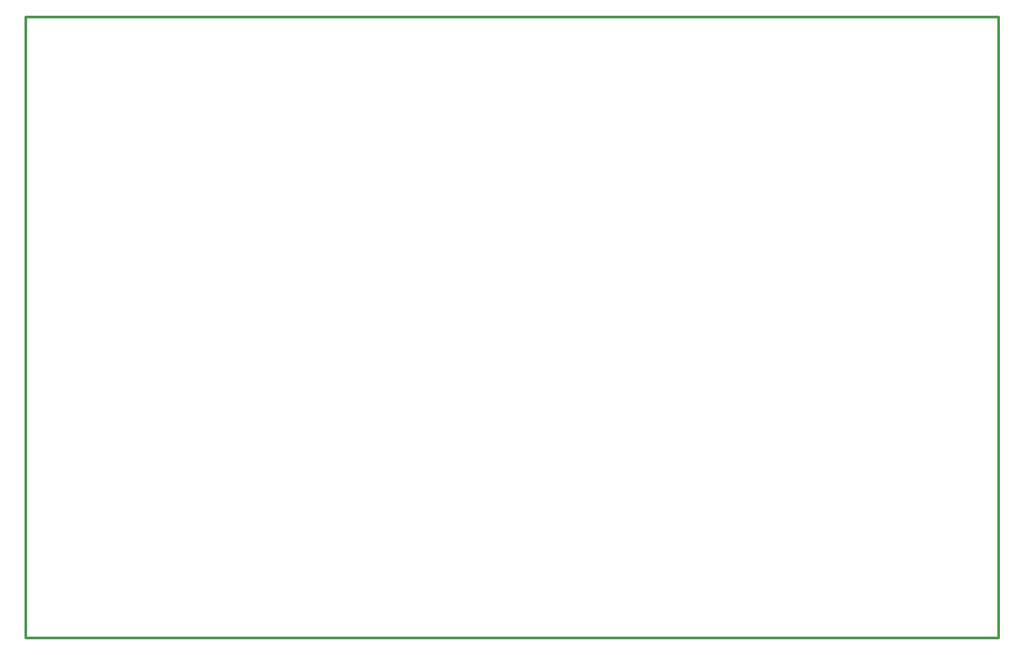
<source format=gm1>
%FSTAX23Y23*%
%MOIN*%
%SFA1B1*%

%IPPOS*%
%ADD77C,0.019685*%
%LNsolarpcb-1*%
%LPD*%
G54D77*
X0Y04742D02*
X07417D01*
Y0D02*
Y04742D01*
X0Y0D02*
Y04742D01*
Y0D02*
X07417D01*
M02*
</source>
